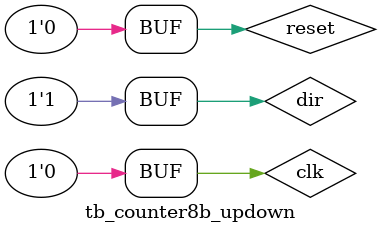
<source format=v>
`timescale 1 ns / 1 ns
`include "counter8b_updown.v"

module tb_counter8b_updown();

reg clk, reset, dir;
wire [7:0] count;

initial begin
    clk = 1'b0;
    repeat (100)begin
        #1 clk = ~clk;
    end
end

initial begin
    reset = 1'b0;
    dir = 1'b1;
    #20 dir = 1'b0;
    #10 reset = 1'b1;
    #6 reset = 1'b0;
    #2 dir = 1'b1;
end

counter8b_updown counter(count, clk, reset, dir);

initial
    $monitor("At time %7t,count = %d, reset = %b, dir = %b",$time, count, reset, dir);

endmodule
</source>
